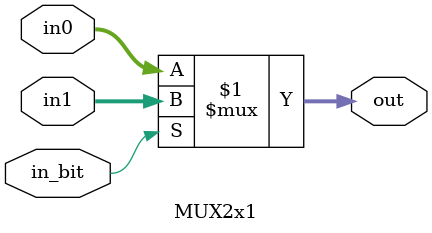
<source format=v>
module MUX2x1(input in_bit,
input [31:0] in1,
input [31:0] in0,
output [31:0] out);

    assign out = in_bit ? in1 : in0;

endmodule

</source>
